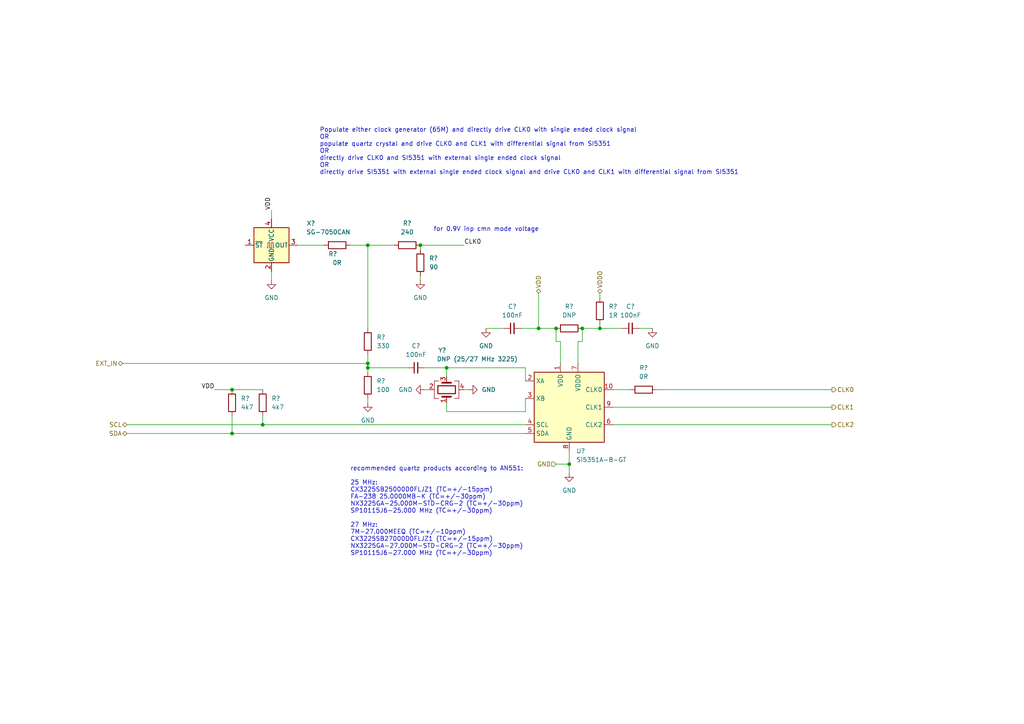
<source format=kicad_sch>
(kicad_sch (version 20211123) (generator eeschema)
  (paper "A4")
  (lib_symbols
    (symbol "Device:C_Small" (pin_numbers hide) (pin_names (offset 0.254) hide)
      (property "Reference" "C" (at 0.254 1.778 0))
      (property "Value" "C_Small" (at 0.254 -2.032 0))
      (symbol "C_Small_0_1"
        (polyline (pts (xy -1.524 -0.508) (xy 1.524 -0.508)) (stroke (width 0.3302)))
        (polyline (pts (xy -1.524 0.508) (xy 1.524 0.508)) (stroke (width 0.3048)))
      )
      (symbol "C_Small_1_1"
        (pin passive line (at 0 2.54 270) (length 2.032) (name "~") (number "1"))
        (pin passive line (at 0 -2.54 90) (length 2.032) (name "~") (number "2"))
      )
    )
    (symbol "Device:Crystal_GND24" (pin_names (offset 1.016) hide)
      (property "Reference" "Y" (at 3.175 5.08 0))
      (property "Value" "Crystal_GND24" (at 3.175 3.175 0))
      (symbol "Crystal_GND24_0_1"
        (rectangle (start -1.143 2.54) (end 1.143 -2.54) (stroke (width 0.3048)))
        (polyline (pts (xy -2.54 0) (xy -2.032 0)))
        (polyline (pts (xy -2.032 -1.27) (xy -2.032 1.27)) (stroke (width 0.508)))
        (polyline (pts (xy 0 -3.81) (xy 0 -3.556)))
        (polyline (pts (xy 0 3.556) (xy 0 3.81)))
        (polyline (pts (xy 2.032 -1.27) (xy 2.032 1.27)) (stroke (width 0.508)))
        (polyline (pts (xy 2.032 0) (xy 2.54 0)))
        (polyline (pts (xy -2.54 -2.286) (xy -2.54 -3.556) (xy 2.54 -3.556) (xy 2.54 -2.286)))
        (polyline (pts (xy -2.54 2.286) (xy -2.54 3.556) (xy 2.54 3.556) (xy 2.54 2.286)))
      )
      (symbol "Crystal_GND24_1_1"
        (pin passive line (at -3.81 0 0) (length 1.27) (name "1") (number "1"))
        (pin passive line (at 0 5.08 270) (length 1.27) (name "2") (number "2"))
        (pin passive line (at 3.81 0 180) (length 1.27) (name "3") (number "3"))
        (pin passive line (at 0 -5.08 90) (length 1.27) (name "4") (number "4"))
      )
    )
    (symbol "Device:R" (pin_numbers hide) (pin_names (offset 0))
      (property "Reference" "R" (at 2.032 0 90))
      (property "Value" "R" (at 0 0 90))
      (symbol "R_0_1"
        (rectangle (start -1.016 -2.54) (end 1.016 2.54) (stroke (width 0.254)))
      )
      (symbol "R_1_1"
        (pin passive line (at 0 3.81 270) (length 1.27) (name "~") (number "1"))
        (pin passive line (at 0 -3.81 90) (length 1.27) (name "~") (number "2"))
      )
    )
    (symbol "Oscillator:SG-7050CAN" (pin_names (offset 0.254))
      (property "Reference" "X" (at -5.08 6.35 0))
      (property "Value" "SG-7050CAN" (at 1.27 -6.35 0))
      (symbol "SG-7050CAN_0_1"
        (rectangle (start -5.08 5.08) (end 5.08 -5.08) (stroke (width 0.254)) (fill (type background)))
        (polyline (pts (xy -1.27 -0.762) (xy -1.016 -0.762) (xy -1.016 0.762) (xy -0.508 0.762) (xy -0.508 -0.762) (xy 0 -0.762) (xy 0 0.762) (xy 0.508 0.762) (xy 0.508 -0.762) (xy 0.762 -0.762)))
      )
      (symbol "SG-7050CAN_1_1"
        (pin input line (at -7.62 0 0) (length 2.54) (name "~{ST}") (number "1"))
        (pin power_in line (at 0 -7.62 90) (length 2.54) (name "GND") (number "2"))
        (pin output line (at 7.62 0 180) (length 2.54) (name "OUT") (number "3"))
        (pin power_in line (at 0 7.62 270) (length 2.54) (name "VCC") (number "4"))
      )
    )
    (symbol "Oscillator:Si5351A-B-GT"
      (property "Reference" "U" (at -8.89 11.43 0))
      (property "Value" "Si5351A-B-GT" (at -12.7 -12.7 0))
      (symbol "Si5351A-B-GT_0_1"
        (rectangle (start -10.16 10.16) (end 10.16 -10.16) (stroke (width 0.254)) (fill (type background)))
      )
      (symbol "Si5351A-B-GT_1_1"
        (pin power_in line (at -2.54 12.7 270) (length 2.54) (name "VDD") (number "1"))
        (pin output line (at 12.7 5.08 180) (length 2.54) (name "CLK0") (number "10"))
        (pin input line (at -12.7 7.62 0) (length 2.54) (name "XA") (number "2"))
        (pin input line (at -12.7 2.54 0) (length 2.54) (name "XB") (number "3"))
        (pin input line (at -12.7 -5.08 0) (length 2.54) (name "SCL") (number "4"))
        (pin bidirectional line (at -12.7 -7.62 0) (length 2.54) (name "SDA") (number "5"))
        (pin output line (at 12.7 -5.08 180) (length 2.54) (name "CLK2") (number "6"))
        (pin power_in line (at 2.54 12.7 270) (length 2.54) (name "VDDO") (number "7"))
        (pin power_in line (at 0 -12.7 90) (length 2.54) (name "GND") (number "8"))
        (pin output line (at 12.7 0 180) (length 2.54) (name "CLK1") (number "9"))
      )
    )
    (symbol "power:GND" (power) (pin_names (offset 0))
      (property "Value" "GND" (at 0 -3.81 0))
      (symbol "GND_0_1"
        (polyline (pts (xy 0 0) (xy 0 -1.27) (xy 1.27 -1.27) (xy 0 -2.54) (xy -1.27 -1.27) (xy 0 -1.27)))
      )
      (symbol "GND_1_1"
        (pin power_in line (at 0 0 270) (length 0) hide (name "GND") (number "1"))
      )
    )
  )
  (junction (at 129.54 106.68))
  (junction (at 106.68 105.41))
  (junction (at 165.1 134.62))
  (junction (at 156.21 95.25))
  (junction (at 168.91 95.25))
  (junction (at 161.29 95.25))
  (junction (at 67.31 113.03))
  (junction (at 121.92 71.12))
  (junction (at 173.99 95.25))
  (junction (at 106.68 106.68))
  (junction (at 106.68 71.12))
  (junction (at 67.31 125.73))
  (junction (at 76.2 123.19))
  (wire (pts (xy 121.92 71.12) (xy 121.92 72.39)))
  (wire (pts (xy 167.64 99.06) (xy 168.91 99.06)))
  (wire (pts (xy 161.29 134.62) (xy 165.1 134.62)))
  (wire (pts (xy 140.97 95.25) (xy 146.05 95.25)))
  (wire (pts (xy 151.13 95.25) (xy 156.21 95.25)))
  (wire (pts (xy 106.68 116.84) (xy 106.68 115.57)))
  (wire (pts (xy 134.62 113.03) (xy 135.89 113.03)))
  (wire (pts (xy 129.54 119.38) (xy 129.54 116.84)))
  (wire (pts (xy 106.68 107.95) (xy 106.68 106.68)))
  (wire (pts (xy 106.68 71.12) (xy 101.6 71.12)))
  (wire (pts (xy 156.21 85.09) (xy 156.21 95.25)))
  (wire (pts (xy 177.8 113.03) (xy 182.88 113.03)))
  (wire (pts (xy 177.8 118.11) (xy 241.3 118.11)))
  (wire (pts (xy 93.98 71.12) (xy 86.36 71.12)))
  (wire (pts (xy 106.68 102.87) (xy 106.68 105.41)))
  (wire (pts (xy 129.54 119.38) (xy 152.4 119.38)))
  (wire (pts (xy 173.99 95.25) (xy 173.99 93.98)))
  (wire (pts (xy 152.4 115.57) (xy 152.4 119.38)))
  (wire (pts (xy 129.54 106.68) (xy 152.4 106.68)))
  (wire (pts (xy 36.83 125.73) (xy 67.31 125.73)))
  (wire (pts (xy 121.92 71.12) (xy 134.62 71.12)))
  (wire (pts (xy 177.8 123.19) (xy 241.3 123.19)))
  (wire (pts (xy 165.1 134.62) (xy 165.1 137.16)))
  (wire (pts (xy 161.29 95.25) (xy 156.21 95.25)))
  (wire (pts (xy 123.19 113.03) (xy 124.46 113.03)))
  (wire (pts (xy 185.42 95.25) (xy 189.23 95.25)))
  (wire (pts (xy 165.1 130.81) (xy 165.1 134.62)))
  (wire (pts (xy 161.29 95.25) (xy 161.29 99.06)))
  (wire (pts (xy 62.23 113.03) (xy 67.31 113.03)))
  (wire (pts (xy 173.99 86.36) (xy 173.99 85.09)))
  (wire (pts (xy 162.56 99.06) (xy 161.29 99.06)))
  (wire (pts (xy 167.64 99.06) (xy 167.64 105.41)))
  (wire (pts (xy 106.68 71.12) (xy 114.3 71.12)))
  (wire (pts (xy 67.31 113.03) (xy 76.2 113.03)))
  (wire (pts (xy 190.5 113.03) (xy 241.3 113.03)))
  (wire (pts (xy 67.31 125.73) (xy 152.4 125.73)))
  (wire (pts (xy 123.19 106.68) (xy 129.54 106.68)))
  (wire (pts (xy 76.2 123.19) (xy 152.4 123.19)))
  (wire (pts (xy 76.2 120.65) (xy 76.2 123.19)))
  (wire (pts (xy 168.91 95.25) (xy 168.91 99.06)))
  (wire (pts (xy 106.68 105.41) (xy 106.68 106.68)))
  (wire (pts (xy 168.91 95.25) (xy 173.99 95.25)))
  (wire (pts (xy 78.74 81.28) (xy 78.74 78.74)))
  (wire (pts (xy 152.4 110.49) (xy 152.4 106.68)))
  (wire (pts (xy 173.99 95.25) (xy 180.34 95.25)))
  (wire (pts (xy 35.56 105.41) (xy 106.68 105.41)))
  (wire (pts (xy 78.74 60.96) (xy 78.74 63.5)))
  (wire (pts (xy 106.68 71.12) (xy 106.68 95.25)))
  (wire (pts (xy 106.68 106.68) (xy 118.11 106.68)))
  (wire (pts (xy 36.83 123.19) (xy 76.2 123.19)))
  (wire (pts (xy 162.56 99.06) (xy 162.56 105.41)))
  (wire (pts (xy 67.31 120.65) (xy 67.31 125.73)))
  (wire (pts (xy 121.92 81.28) (xy 121.92 80.01)))
  (wire (pts (xy 129.54 106.68) (xy 129.54 109.22)))
  (text "Populate either clock generator (65M) and directly drive CLK0 with single ended clock signal\nOR\npopulate quartz crystal and drive CLK0 and CLK1 with differential signal from SI5351\nOR\ndirectly drive CLK0 and SI5351 with external single ended clock signal\nOR\ndirectly drive SI5351 with external single ended clock signal and drive CLK0 and CLK1 with differential signal from SI5351" (at 92.71 50.8 0) (effects (font (size 1.27 1.27)) (justify left bottom)))
  (text "for 0.9V inp cmn mode voltage " (at 125.73 67.31 0) (effects (font (size 1.27 1.27)) (justify left bottom)))
  (text "recommended quartz products according to AN551:\n\n25 MHz:\nCX3225SB25000D0FLJZ1 (TC=+/-15ppm)\nFA-238 25.0000MB-K (TC=+/-30ppm)\nNX3225GA-25.000M-STD-CRG-2 (TC=+/-30ppm)\nSP10115J6-25.000 MHz (TC=+/-30ppm)\n\n27 MHz:\n7M-27.000MEEQ (TC=+/-10ppm)\nCX3225SB27000D0FLJZ1 (TC=+/-15ppm)\nNX3225GA-27.000M-STD-CRG-2 (TC=+/-30ppm)\nSP10115J6-27.000 MHz (TC=+/-30ppm)\n" (at 101.6 161.29 0) (effects (font (size 1.27 1.27)) (justify left bottom)))
  (label "VDD" (at 62.23 113.03 180))
  (label "VDD" (at 78.74 60.96 90))
  (label "CLK0" (at 134.62 71.12 0))
  (hierarchical_label "CLK0" (shape output) (at 241.3 113.03 0))
  (hierarchical_label "VDD" (shape bidirectional) (at 156.21 85.09 90))
  (hierarchical_label "VDDO" (shape bidirectional) (at 173.99 85.09 90))
  (hierarchical_label "CLK2" (shape output) (at 241.3 123.19 0))
  (hierarchical_label "CLK1" (shape output) (at 241.3 118.11 0))
  (hierarchical_label "SCL" (shape bidirectional) (at 36.83 123.19 180))
  (hierarchical_label "EXT_IN" (shape bidirectional) (at 35.56 105.41 180))
  (hierarchical_label "GND" (shape input) (at 161.29 134.62 180))
  (hierarchical_label "SDA" (shape bidirectional) (at 36.83 125.73 180))
  (symbol (lib_id "Device:R") (at 173.99 90.17 0) (unit 1)
    (property "Reference" "R?" (at 176.53 88.8999 0) (effects (justify left)))
    (property "Value" "1R" (at 176.53 91.4399 0) (effects (justify left)))
  )
  (symbol (lib_id "Oscillator:SG-7050CAN") (at 78.74 71.12 0) (unit 1)
    (property "Reference" "X?" (at 90.17 64.77 0))
    (property "Value" "SG-7050CAN" (at 95.25 67.31 0))
    (property "Footprint" "Oscillator:Oscillator_SMD_SeikoEpson_SG8002CA-4Pin_7.0x5.0mm" (effects hide))
    (property "Datasheet" "https://support.epson.biz/td/api/doc_check.php?dl=brief_SG7050CAN&lang=en" (effects hide))
  )
  (symbol (lib_id "power:GND") (at 123.19 113.03 270) (unit 1)
    (property "Reference" "#PWR?" (effects hide))
    (property "Value" "GND" (at 115.57 113.03 90) (effects (justify left)))
  )
  (symbol (lib_id "Device:R") (at 186.69 113.03 90) (unit 1)
    (property "Reference" "R?" (at 186.69 106.68 90))
    (property "Value" "0R" (at 186.69 109.22 90))
  )
  (symbol (lib_id "Device:R") (at 121.92 76.2 180) (unit 1)
    (property "Reference" "R?" (at 124.46 74.9299 0) (effects (justify right)))
    (property "Value" "90" (at 124.46 77.4699 0) (effects (justify right)))
  )
  (symbol (lib_id "power:GND") (at 121.92 81.28 0) (unit 1)
    (property "Reference" "#PWR?" (effects hide))
    (property "Value" "GND" (at 121.92 86.36 0))
  )
  (symbol (lib_id "power:GND") (at 165.1 137.16 0) (unit 1)
    (property "Reference" "#PWR?" (effects hide))
    (property "Value" "GND" (at 165.1 142.24 0))
  )
  (symbol (lib_id "Device:C_Small") (at 182.88 95.25 90) (unit 1)
    (property "Reference" "C?" (at 182.8863 88.9 90))
    (property "Value" "100nF" (at 182.8863 91.44 90))
  )
  (symbol (lib_id "Device:R") (at 67.31 116.84 0) (unit 1)
    (property "Reference" "R?" (at 69.85 115.5699 0) (effects (justify left)))
    (property "Value" "4k7" (at 69.85 118.1099 0) (effects (justify left)))
  )
  (symbol (lib_id "power:GND") (at 140.97 95.25 0) (unit 1)
    (property "Reference" "#PWR?" (effects hide))
    (property "Value" "GND" (at 140.97 100.33 0))
  )
  (symbol (lib_id "Device:C_Small") (at 148.59 95.25 90) (unit 1)
    (property "Reference" "C?" (at 148.5963 88.9 90))
    (property "Value" "100nF" (at 148.5963 91.44 90))
  )
  (symbol (lib_id "Device:R") (at 76.2 116.84 0) (unit 1)
    (property "Reference" "R?" (at 78.74 115.5699 0) (effects (justify left)))
    (property "Value" "4k7" (at 78.74 118.1099 0) (effects (justify left)))
  )
  (symbol (lib_id "Device:R") (at 118.11 71.12 90) (unit 1)
    (property "Reference" "R?" (at 118.11 64.77 90))
    (property "Value" "240" (at 118.11 67.31 90))
  )
  (symbol (lib_id "power:GND") (at 135.89 113.03 90) (unit 1)
    (property "Reference" "#PWR?" (effects hide))
    (property "Value" "GND" (at 139.7 113.0299 90) (effects (justify right)))
  )
  (symbol (lib_id "Device:R") (at 97.79 71.12 90) (unit 1)
    (property "Reference" "R?" (at 96.52 73.66 90))
    (property "Value" "0R" (at 97.79 76.2 90))
  )
  (symbol (lib_id "power:GND") (at 189.23 95.25 0) (unit 1)
    (property "Reference" "#PWR?" (effects hide))
    (property "Value" "GND" (at 189.23 100.33 0))
  )
  (symbol (lib_id "Device:C_Small") (at 120.65 106.68 90) (unit 1)
    (property "Reference" "C?" (at 120.6563 100.33 90))
    (property "Value" "100nF" (at 120.6563 102.87 90))
  )
  (symbol (lib_id "Oscillator:Si5351A-B-GT") (at 165.1 118.11 0) (unit 1)
    (property "Reference" "U?" (at 167.1194 130.81 0) (effects (justify left)))
    (property "Value" "Si5351A-B-GT" (at 167.1194 133.35 0) (effects (justify left)))
    (property "Footprint" "Package_SO:MSOP-10_3x3mm_P0.5mm" (effects hide))
    (property "Datasheet" "https://www.silabs.com/documents/public/data-sheets/Si5351-B.pdf" (effects hide))
  )
  (symbol (lib_id "Device:R") (at 106.68 111.76 180) (unit 1)
    (property "Reference" "R?" (at 109.22 110.4899 0) (effects (justify right)))
    (property "Value" "100" (at 109.22 113.0299 0) (effects (justify right)))
  )
  (symbol (lib_id "Device:R") (at 165.1 95.25 90) (unit 1)
    (property "Reference" "R?" (at 165.1 88.9 90))
    (property "Value" "DNP" (at 165.1 91.44 90))
  )
  (symbol (lib_id "Device:R") (at 106.68 99.06 0) (unit 1)
    (property "Reference" "R?" (at 109.22 97.7899 0) (effects (justify left)))
    (property "Value" "330" (at 109.22 100.3299 0) (effects (justify left)))
  )
  (symbol (lib_id "power:GND") (at 78.74 81.28 0) (unit 1)
    (property "Reference" "#PWR?" (effects hide))
    (property "Value" "GND" (at 78.74 86.36 0))
  )
  (symbol (lib_id "Device:Crystal_GND24") (at 129.54 113.03 90) (unit 1)
    (property "Reference" "Y?" (at 128.27 101.6 90))
    (property "Value" "DNP (25/27 MHz 3225)" (at 138.43 104.14 90))
  )
  (symbol (lib_id "power:GND") (at 106.68 116.84 0) (unit 1)
    (property "Reference" "#PWR?" (effects hide))
    (property "Value" "GND" (at 106.68 121.92 0))
  )
)
</source>
